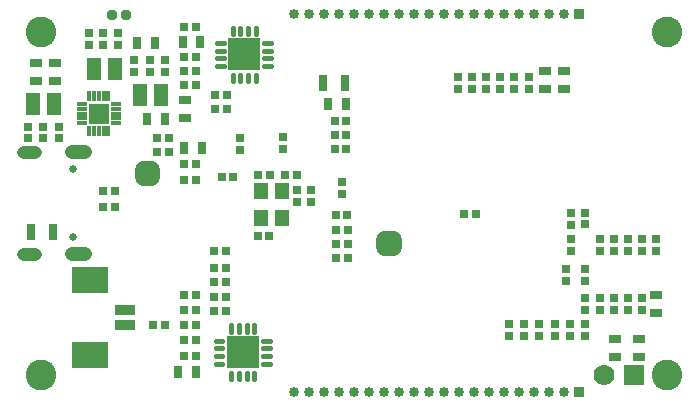
<source format=gbr>
G04 EAGLE Gerber RS-274X export*
G75*
%MOMM*%
%FSLAX34Y34*%
%LPD*%
%INSoldermask Bottom*%
%IPPOS*%
%AMOC8*
5,1,8,0,0,1.08239X$1,22.5*%
G01*
%ADD10C,2.601600*%
%ADD11P,0.989737X8X22.500000*%
%ADD12R,0.801600X1.401600*%
%ADD13R,0.851600X0.851600*%
%ADD14C,0.851600*%
%ADD15C,0.421600*%
%ADD16R,2.701600X2.701600*%
%ADD17R,0.712300X1.013400*%
%ADD18R,0.701600X0.701600*%
%ADD19C,1.778000*%
%ADD20R,1.778000X1.778000*%
%ADD21R,1.201600X1.401600*%
%ADD22C,1.492134*%
%ADD23R,0.914400X0.355600*%
%ADD24R,0.355600X0.914400*%
%ADD25R,1.651000X1.651000*%
%ADD26R,1.013400X0.712300*%
%ADD27R,1.222600X1.916900*%
%ADD28C,1.101600*%
%ADD29C,1.151600*%
%ADD30C,0.651600*%
%ADD31R,3.101600X2.201600*%
%ADD32R,1.701600X0.901600*%


D10*
X25000Y315000D03*
X25000Y25000D03*
X555000Y315000D03*
X555000Y25000D03*
D11*
X85000Y329500D03*
X97000Y329500D03*
D12*
X35500Y146000D03*
X16500Y146000D03*
D13*
X480650Y10000D03*
D14*
X467950Y10000D03*
X455250Y10000D03*
X442550Y10000D03*
X429850Y10000D03*
X417150Y10000D03*
X404450Y10000D03*
X391750Y10000D03*
X379050Y10000D03*
X366350Y10000D03*
X353650Y10000D03*
X340950Y10000D03*
X328250Y10000D03*
X315550Y10000D03*
X302850Y10000D03*
X290150Y10000D03*
X277450Y10000D03*
X264750Y10000D03*
X252050Y10000D03*
X239350Y10000D03*
D13*
X480650Y330000D03*
D14*
X467950Y330000D03*
X455250Y330000D03*
X442550Y330000D03*
X429850Y330000D03*
X417150Y330000D03*
X404450Y330000D03*
X391750Y330000D03*
X379050Y330000D03*
X366350Y330000D03*
X353650Y330000D03*
X340950Y330000D03*
X328250Y330000D03*
X315550Y330000D03*
X302850Y330000D03*
X290150Y330000D03*
X277450Y330000D03*
X264750Y330000D03*
X252050Y330000D03*
X239350Y330000D03*
D15*
X178700Y34250D02*
X173300Y34250D01*
X173300Y40750D02*
X178700Y40750D01*
X178700Y47250D02*
X173300Y47250D01*
X173300Y53750D02*
X178700Y53750D01*
X186250Y61300D02*
X186250Y66700D01*
X192750Y66700D02*
X192750Y61300D01*
X199250Y61300D02*
X199250Y66700D01*
X205750Y66700D02*
X205750Y61300D01*
X213300Y53750D02*
X218700Y53750D01*
X218700Y47250D02*
X213300Y47250D01*
X213300Y40750D02*
X218700Y40750D01*
X218700Y34250D02*
X213300Y34250D01*
X205750Y26700D02*
X205750Y21300D01*
X199250Y21300D02*
X199250Y26700D01*
X192750Y26700D02*
X192750Y21300D01*
X186250Y21300D02*
X186250Y26700D01*
D16*
X196000Y44000D03*
D15*
X179700Y286250D02*
X174300Y286250D01*
X174300Y292750D02*
X179700Y292750D01*
X179700Y299250D02*
X174300Y299250D01*
X174300Y305750D02*
X179700Y305750D01*
X187250Y313300D02*
X187250Y318700D01*
X193750Y318700D02*
X193750Y313300D01*
X200250Y313300D02*
X200250Y318700D01*
X206750Y318700D02*
X206750Y313300D01*
X214300Y305750D02*
X219700Y305750D01*
X219700Y299250D02*
X214300Y299250D01*
X214300Y292750D02*
X219700Y292750D01*
X219700Y286250D02*
X214300Y286250D01*
X206750Y278700D02*
X206750Y273300D01*
X200250Y273300D02*
X200250Y278700D01*
X193750Y278700D02*
X193750Y273300D01*
X187250Y273300D02*
X187250Y278700D01*
D16*
X197000Y296000D03*
D17*
X145094Y306467D03*
X160106Y306467D03*
D18*
X156000Y294000D03*
X146000Y294000D03*
X146000Y54000D03*
X156000Y54000D03*
X146000Y67000D03*
X156000Y67000D03*
X172000Y79000D03*
X182000Y79000D03*
D17*
X156106Y26900D03*
X141094Y26900D03*
D18*
X156000Y41000D03*
X146000Y41000D03*
X146000Y270000D03*
X156000Y270000D03*
X146000Y282000D03*
X156000Y282000D03*
X146000Y319067D03*
X156000Y319067D03*
X172500Y262000D03*
X182500Y262000D03*
X172500Y250000D03*
X182500Y250000D03*
X522000Y90000D03*
X522000Y80000D03*
X486000Y80000D03*
X486000Y90000D03*
D19*
X501700Y24500D03*
D20*
X527100Y24500D03*
D18*
X146000Y92500D03*
X156000Y92500D03*
X146000Y79700D03*
X156000Y79700D03*
X182000Y91000D03*
X172000Y91000D03*
X182000Y103000D03*
X172000Y103000D03*
X230000Y216100D03*
X230000Y226100D03*
X254000Y171000D03*
X254000Y181000D03*
X194000Y215000D03*
X194000Y225000D03*
X156000Y203000D03*
X146000Y203000D03*
X146000Y190000D03*
X156000Y190000D03*
D17*
X161506Y217000D03*
X146494Y217000D03*
D18*
X188000Y192000D03*
X178000Y192000D03*
X231800Y193800D03*
X241800Y193800D03*
X182000Y130000D03*
X172000Y130000D03*
X172000Y115000D03*
X182000Y115000D03*
D21*
X229000Y157500D03*
X211000Y157500D03*
X229000Y180500D03*
X211000Y180500D03*
D18*
X208500Y141900D03*
X218500Y141900D03*
X218800Y193800D03*
X208800Y193800D03*
X242000Y171000D03*
X242000Y181000D03*
D22*
X322848Y139148D02*
X322848Y133052D01*
X316752Y133052D01*
X316752Y139148D01*
X322848Y139148D01*
D23*
X88478Y253874D03*
X88478Y250064D03*
X88478Y246000D03*
X88478Y241936D03*
X88478Y238126D03*
D24*
X81874Y231522D03*
X78064Y231522D03*
X74000Y231522D03*
X69936Y231522D03*
X66126Y231522D03*
D23*
X59522Y238126D03*
X59522Y241936D03*
X59522Y246000D03*
X59522Y250064D03*
X59522Y253874D03*
D24*
X66126Y260478D03*
X69936Y260478D03*
X74000Y260478D03*
X78064Y260478D03*
X81874Y260478D03*
D25*
X74000Y246000D03*
D26*
X37000Y288506D03*
X37000Y273494D03*
D17*
X114794Y241100D03*
X129806Y241100D03*
D27*
X70028Y284000D03*
X87972Y284000D03*
D17*
X121506Y306000D03*
X106494Y306000D03*
D18*
X90000Y304000D03*
X90000Y314000D03*
X78000Y304000D03*
X78000Y314000D03*
X66000Y314000D03*
X66000Y304000D03*
D27*
X108828Y261600D03*
X126772Y261600D03*
D26*
X147000Y257506D03*
X147000Y242494D03*
D18*
X130000Y281000D03*
X130000Y291000D03*
X117000Y281000D03*
X117000Y291000D03*
X104000Y281000D03*
X104000Y291000D03*
D27*
X18528Y254100D03*
X36472Y254100D03*
D26*
X21000Y273494D03*
X21000Y288506D03*
D18*
X14000Y235000D03*
X14000Y225000D03*
X27000Y235000D03*
X27000Y225000D03*
X40000Y225000D03*
X40000Y235000D03*
X123300Y225400D03*
X133300Y225400D03*
X123300Y213000D03*
X133300Y213000D03*
X470000Y114000D03*
X470000Y104000D03*
X498000Y90000D03*
X498000Y80000D03*
X498000Y130000D03*
X498000Y140000D03*
X510000Y130000D03*
X510000Y140000D03*
X486000Y114000D03*
X486000Y104000D03*
X546000Y130000D03*
X546000Y140000D03*
X522000Y130000D03*
X522000Y140000D03*
X534000Y90000D03*
X534000Y80000D03*
X510000Y90000D03*
X510000Y80000D03*
X534000Y130000D03*
X534000Y140000D03*
D26*
X546000Y77494D03*
X546000Y92506D03*
D18*
X474000Y130000D03*
X474000Y140000D03*
D12*
X263500Y271500D03*
X282500Y271500D03*
D17*
X268494Y254000D03*
X283506Y254000D03*
D18*
X273615Y240000D03*
X283615Y240000D03*
X273615Y216000D03*
X283615Y216000D03*
X273615Y228000D03*
X283615Y228000D03*
X474000Y152000D03*
X474000Y162000D03*
X486000Y152185D03*
X486000Y162185D03*
D26*
X452000Y281736D03*
X452000Y266724D03*
X468000Y281736D03*
X468000Y266724D03*
D18*
X426000Y276615D03*
X426000Y266615D03*
X402000Y276615D03*
X402000Y266615D03*
X414000Y276615D03*
X414000Y266615D03*
X438000Y276615D03*
X438000Y266615D03*
X378000Y276615D03*
X378000Y266615D03*
X390000Y276615D03*
X390000Y266615D03*
D26*
X531000Y39879D03*
X531000Y54891D03*
X511000Y39879D03*
X511000Y54891D03*
D18*
X460000Y58000D03*
X460000Y68000D03*
X447000Y58000D03*
X447000Y68000D03*
X473000Y58000D03*
X473000Y68000D03*
X486000Y58000D03*
X486000Y68000D03*
X421000Y58000D03*
X421000Y68000D03*
X434000Y58000D03*
X434000Y68000D03*
X274815Y135800D03*
X284815Y135800D03*
X274815Y123900D03*
X284815Y123900D03*
D28*
X20000Y213200D02*
X10000Y213200D01*
X10000Y126800D02*
X20000Y126800D01*
D29*
X51550Y213200D02*
X62050Y213200D01*
X62050Y126800D02*
X51550Y126800D01*
D30*
X51800Y141100D03*
X51800Y198900D03*
D18*
X78000Y180000D03*
X88000Y180000D03*
X88000Y167000D03*
X78000Y167000D03*
X274615Y147800D03*
X284615Y147800D03*
X393000Y161000D03*
X383000Y161000D03*
X284500Y159700D03*
X274500Y159700D03*
X279700Y187600D03*
X279700Y177600D03*
D31*
X67000Y41250D03*
X67000Y104750D03*
D32*
X96000Y66750D03*
X96000Y79250D03*
D22*
X118048Y191952D02*
X118048Y198048D01*
X118048Y191952D02*
X111952Y191952D01*
X111952Y198048D01*
X118048Y198048D01*
D18*
X120000Y67000D03*
X130000Y67000D03*
M02*

</source>
